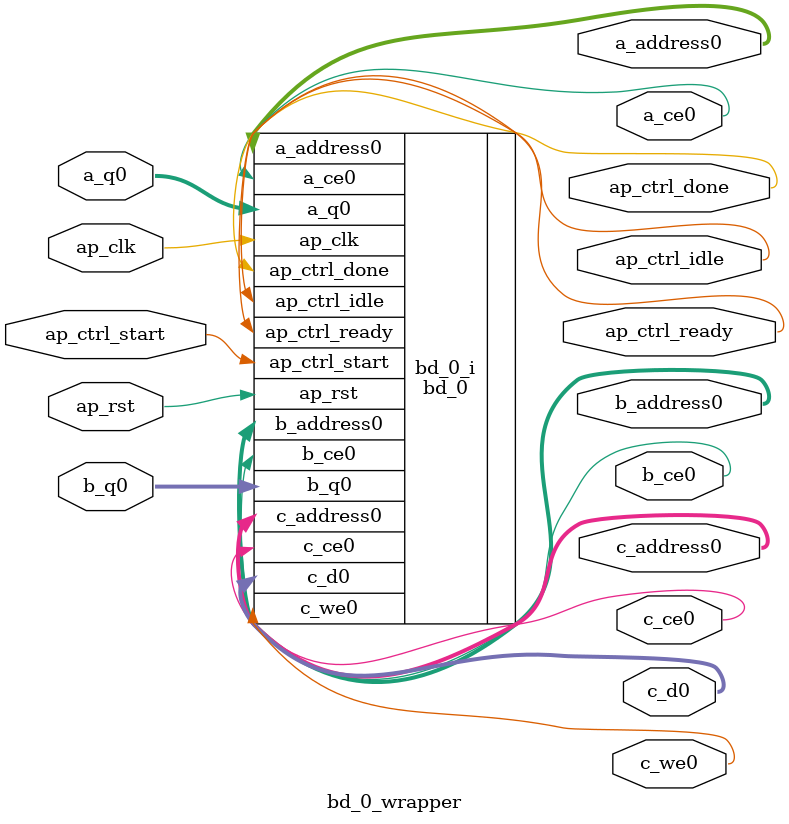
<source format=v>
`timescale 1 ps / 1 ps

module bd_0_wrapper
   (a_address0,
    a_ce0,
    a_q0,
    ap_clk,
    ap_ctrl_done,
    ap_ctrl_idle,
    ap_ctrl_ready,
    ap_ctrl_start,
    ap_rst,
    b_address0,
    b_ce0,
    b_q0,
    c_address0,
    c_ce0,
    c_d0,
    c_we0);
  output [3:0]a_address0;
  output a_ce0;
  input [15:0]a_q0;
  input ap_clk;
  output ap_ctrl_done;
  output ap_ctrl_idle;
  output ap_ctrl_ready;
  input ap_ctrl_start;
  input ap_rst;
  output [4:0]b_address0;
  output b_ce0;
  input [15:0]b_q0;
  output [4:0]c_address0;
  output c_ce0;
  output [15:0]c_d0;
  output c_we0;

  wire [3:0]a_address0;
  wire a_ce0;
  wire [15:0]a_q0;
  wire ap_clk;
  wire ap_ctrl_done;
  wire ap_ctrl_idle;
  wire ap_ctrl_ready;
  wire ap_ctrl_start;
  wire ap_rst;
  wire [4:0]b_address0;
  wire b_ce0;
  wire [15:0]b_q0;
  wire [4:0]c_address0;
  wire c_ce0;
  wire [15:0]c_d0;
  wire c_we0;

  bd_0 bd_0_i
       (.a_address0(a_address0),
        .a_ce0(a_ce0),
        .a_q0(a_q0),
        .ap_clk(ap_clk),
        .ap_ctrl_done(ap_ctrl_done),
        .ap_ctrl_idle(ap_ctrl_idle),
        .ap_ctrl_ready(ap_ctrl_ready),
        .ap_ctrl_start(ap_ctrl_start),
        .ap_rst(ap_rst),
        .b_address0(b_address0),
        .b_ce0(b_ce0),
        .b_q0(b_q0),
        .c_address0(c_address0),
        .c_ce0(c_ce0),
        .c_d0(c_d0),
        .c_we0(c_we0));
endmodule

</source>
